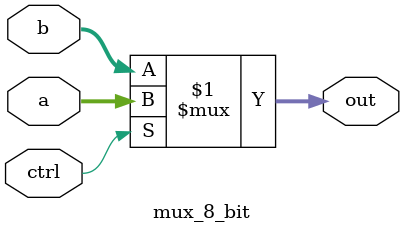
<source format=v>
`timescale 1ns / 1ps


module mux_8_bit(
    input [7:0]a,
    input [7:0]b,
    input ctrl,
    output [7:0] out
    );
    
  assign out = ctrl?a:b;
endmodule
</source>
